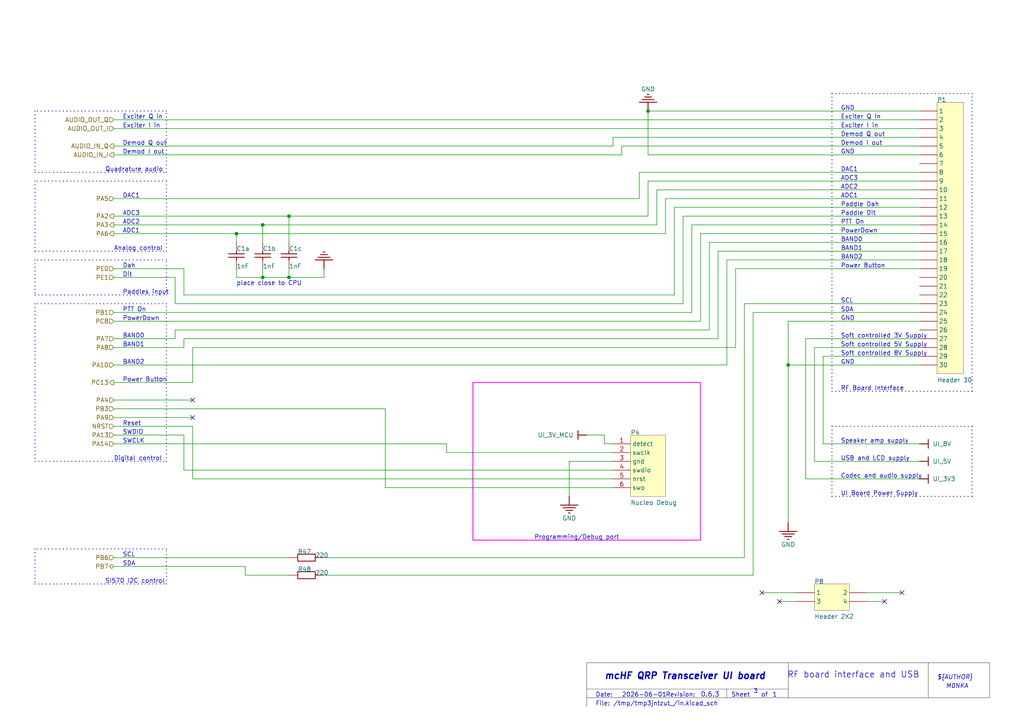
<source format=kicad_sch>
(kicad_sch (version 20231120) (generator "eeschema") (generator_version "8.0")
  (paper "A4")
  (title_block (title "mcHF QRP Transceiver UI board") (rev "0.6.3") (company "M0NKA"))
  (lib_symbols
    (symbol "ui_main-altium-import:GND_POWER_GROUND" (power)
      (property "Reference" "#PWR" (at 0 0 0))
      (property "Value" "GND" (at 0 6.35 0))
      (symbol "GND_POWER_GROUND_0_0"
        (polyline (pts (xy -2.54 -2.54) (xy 2.54 -2.54)) (stroke (width 0.254)))
        (polyline (pts (xy -1.778 -3.302) (xy 1.778 -3.302)) (stroke (width 0.254)))
        (polyline (pts (xy -1.016 -4.064) (xy 1.016 -4.064)) (stroke (width 0.254)))
        (polyline (pts (xy -0.254 -4.826) (xy 0.254 -4.826)) (stroke (width 0.254)))
        (polyline (pts (xy 0 0) (xy 0 -2.54)) (stroke (width 0.254)))
        (pin power_in line (at 0 0 0) (length 0) hide (name "GND") (number ""))
      )
    )
    (symbol "ui_main-altium-import:RF board interface and USB_0_CAP"
      (symbol "RF board interface and USB_0_CAP_1_0"
        (polyline (pts (xy 0.254 -1.778) (xy 4.826 -1.778)) (stroke (width 0.254)))
        (polyline (pts (xy 0.254 -0.762) (xy 4.826 -0.762)) (stroke (width 0.254)))
        (polyline (pts (xy 2.54 -1.778) (xy 2.54 -2.54)) (stroke (width 0.254)))
        (polyline (pts (xy 2.54 0) (xy 2.54 -0.762)) (stroke (width 0.254)))
        (pin passive line (at 2.54 2.54 270) (length 2.54) (name "1") (number "1"))
        (pin passive line (at 2.54 -5.08 90) (length 2.54) (name "2") (number "2"))
      )
    )
    (symbol "ui_main-altium-import:RF board interface and USB_0_Header 2X2"
      (symbol "RF board interface and USB_0_Header 2X2_1_0"
        (rectangle (start 10.16 0) (end 0 -7.62) (stroke (width 0.0254) (color 128 0 0 1)) (fill (type background)))
        (pin passive line (at -5.08 -2.54 0) (length 5.08) (name "1") (number "1"))
        (pin passive line (at 15.24 -2.54 180) (length 5.08) (name "2") (number "2"))
        (pin passive line (at -5.08 -5.08 0) (length 5.08) (name "3") (number "3"))
        (pin passive line (at 15.24 -5.08 180) (length 5.08) (name "4") (number "4"))
      )
    )
    (symbol "ui_main-altium-import:RF board interface and USB_0_Header 30"
      (symbol "RF board interface and USB_0_Header 30_1_0"
        (rectangle (start 7.62 0) (end 0 -78.74) (stroke (width 0.0254) (color 128 0 0 1)) (fill (type background)))
        (pin passive line (at -5.08 -2.54 0) (length 5.08) (name "1") (number "1"))
        (pin passive line (at -5.08 -25.4 0) (length 5.08) (name "10") (number "10"))
        (pin passive line (at -5.08 -27.94 0) (length 5.08) (name "11") (number "11"))
        (pin passive line (at -5.08 -30.48 0) (length 5.08) (name "12") (number "12"))
        (pin passive line (at -5.08 -33.02 0) (length 5.08) (name "13") (number "13"))
        (pin passive line (at -5.08 -35.56 0) (length 5.08) (name "14") (number "14"))
        (pin passive line (at -5.08 -38.1 0) (length 5.08) (name "15") (number "15"))
        (pin passive line (at -5.08 -40.64 0) (length 5.08) (name "16") (number "16"))
        (pin passive line (at -5.08 -43.18 0) (length 5.08) (name "17") (number "17"))
        (pin passive line (at -5.08 -45.72 0) (length 5.08) (name "18") (number "18"))
        (pin passive line (at -5.08 -48.26 0) (length 5.08) (name "19") (number "19"))
        (pin passive line (at -5.08 -5.08 0) (length 5.08) (name "2") (number "2"))
        (pin passive line (at -5.08 -50.8 0) (length 5.08) (name "20") (number "20"))
        (pin passive line (at -5.08 -53.34 0) (length 5.08) (name "21") (number "21"))
        (pin passive line (at -5.08 -55.88 0) (length 5.08) (name "22") (number "22"))
        (pin passive line (at -5.08 -58.42 0) (length 5.08) (name "23") (number "23"))
        (pin passive line (at -5.08 -60.96 0) (length 5.08) (name "24") (number "24"))
        (pin passive line (at -5.08 -63.5 0) (length 5.08) (name "25") (number "25"))
        (pin passive line (at -5.08 -66.04 0) (length 5.08) (name "26") (number "26"))
        (pin passive line (at -5.08 -68.58 0) (length 5.08) (name "27") (number "27"))
        (pin passive line (at -5.08 -71.12 0) (length 5.08) (name "28") (number "28"))
        (pin passive line (at -5.08 -73.66 0) (length 5.08) (name "29") (number "29"))
        (pin passive line (at -5.08 -7.62 0) (length 5.08) (name "3") (number "3"))
        (pin passive line (at -5.08 -76.2 0) (length 5.08) (name "30") (number "30"))
        (pin passive line (at -5.08 -10.16 0) (length 5.08) (name "4") (number "4"))
        (pin passive line (at -5.08 -12.7 0) (length 5.08) (name "5") (number "5"))
        (pin passive line (at -5.08 -15.24 0) (length 5.08) (name "6") (number "6"))
        (pin passive line (at -5.08 -17.78 0) (length 5.08) (name "7") (number "7"))
        (pin passive line (at -5.08 -20.32 0) (length 5.08) (name "8") (number "8"))
        (pin passive line (at -5.08 -22.86 0) (length 5.08) (name "9") (number "9"))
      )
    )
    (symbol "ui_main-altium-import:RF board interface and USB_0_Nucleo_6"
      (symbol "RF board interface and USB_0_Nucleo_6_1_0"
        (rectangle (start 10.16 0) (end 0 -17.78) (stroke (width 0.0254) (color 128 0 0 1)) (fill (type background)))
        (pin passive line (at -5.08 -2.54 0) (length 5.08) (name "detect") (number "1"))
        (pin passive line (at -5.08 -5.08 0) (length 5.08) (name "swclk") (number "2"))
        (pin passive line (at -5.08 -7.62 0) (length 5.08) (name "gnd") (number "3"))
        (pin passive line (at -5.08 -10.16 0) (length 5.08) (name "swdio") (number "4"))
        (pin passive line (at -5.08 -12.7 0) (length 5.08) (name "nrst") (number "5"))
        (pin passive line (at -5.08 -15.24 0) (length 5.08) (name "swo") (number "6"))
      )
    )
    (symbol "ui_main-altium-import:RF board interface and USB_0_RES_0"
      (symbol "RF board interface and USB_0_RES_0_1_0"
        (rectangle (start 5.08 -1.524) (end 0 -3.556) (stroke (width 0.254)))
        (pin passive line (at -2.54 -2.54 0) (length 2.54) (name "1") (number "1"))
        (pin passive line (at 7.62 -2.54 180) (length 2.54) (name "2") (number "2"))
      )
    )
    (symbol "ui_main-altium-import:UI_3V3_BAR" (power)
      (property "Reference" "#PWR" (at 0 0 0))
      (property "Value" "UI_3V3" (at 0 3.81 0))
      (symbol "UI_3V3_BAR_0_0"
        (polyline (pts (xy -1.27 -2.54) (xy 1.27 -2.54)) (stroke (width 0.254)))
        (polyline (pts (xy 0 0) (xy 0 -2.54)) (stroke (width 0.254)))
        (pin power_in line (at 0 0 0) (length 0) hide (name "UI_3V3") (number ""))
      )
    )
    (symbol "ui_main-altium-import:UI_3V_MCU_BAR" (power)
      (property "Reference" "#PWR" (at 0 0 0))
      (property "Value" "UI_3V_MCU" (at 0 3.81 0))
      (symbol "UI_3V_MCU_BAR_0_0"
        (polyline (pts (xy -1.27 -2.54) (xy 1.27 -2.54)) (stroke (width 0.254)))
        (polyline (pts (xy 0 0) (xy 0 -2.54)) (stroke (width 0.254)))
        (pin power_in line (at 0 0 0) (length 0) hide (name "UI_3V_MCU") (number ""))
      )
    )
    (symbol "ui_main-altium-import:UI_5V_BAR" (power)
      (property "Reference" "#PWR" (at 0 0 0))
      (property "Value" "UI_5V" (at 0 3.81 0))
      (symbol "UI_5V_BAR_0_0"
        (polyline (pts (xy -1.27 -2.54) (xy 1.27 -2.54)) (stroke (width 0.254)))
        (polyline (pts (xy 0 0) (xy 0 -2.54)) (stroke (width 0.254)))
        (pin power_in line (at 0 0 0) (length 0) hide (name "UI_5V") (number ""))
      )
    )
    (symbol "ui_main-altium-import:UI_8V_BAR" (power)
      (property "Reference" "#PWR" (at 0 0 0))
      (property "Value" "UI_8V" (at 0 3.81 0))
      (symbol "UI_8V_BAR_0_0"
        (polyline (pts (xy -1.27 -2.54) (xy 1.27 -2.54)) (stroke (width 0.254)))
        (polyline (pts (xy 0 0) (xy 0 -2.54)) (stroke (width 0.254)))
        (pin power_in line (at 0 0 0) (length 0) hide (name "UI_8V") (number ""))
      )
    )
  )
  (junction (at 83.82 80.4672))
  (junction (at 187.96 32.2072))
  (junction (at 83.82 62.6872))
  (junction (at 76.2 80.4672))
  (junction (at 68.58 67.7672))
  (junction (at 228.6 105.8672))
  (junction (at 76.2 65.2272))
  (no_connect (at 55.88 121.1072))
  (no_connect (at 261.62 171.9072))
  (no_connect (at 55.88 116.0272))
  (no_connect (at 226.06 174.4472))
  (no_connect (at 220.98 171.9072))
  (no_connect (at 256.54 174.4472))
  (wire (pts (xy 165.1 143.9672) (xy 165.1 133.8072)))
  (wire (pts (xy 190.5 55.0672) (xy 266.7 55.0672)))
  (wire (pts (xy 233.68 138.8872) (xy 233.68 98.2472)))
  (wire (pts (xy 205.74 70.3072) (xy 205.74 95.7072)))
  (polyline (pts (xy 48.26 32.2072) (xy 10.16 32.2072)) (stroke (width 0.254) (type dot) (color 0 0 180 1)))
  (polyline (pts (xy 281.94 27.1272) (xy 241.3 27.1272)) (stroke (width 0.254) (type dot) (color 0 0 180 1)))
  (wire (pts (xy 236.22 100.7872) (xy 266.7 100.7872)))
  (wire (pts (xy 238.76 103.3272) (xy 266.7 103.3272)))
  (wire (pts (xy 55.88 138.8872) (xy 177.8 138.8872)))
  (wire (pts (xy 33.02 65.2272) (xy 76.2 65.2272)))
  (wire (pts (xy 177.8 42.3672) (xy 177.8 39.8272)))
  (wire (pts (xy 33.02 77.9272) (xy 53.34 77.9272)))
  (wire (pts (xy 190.5 65.2272) (xy 190.5 55.0672)))
  (polyline (pts (xy 10.16 159.2072) (xy 10.16 169.3672)) (stroke (width 0.254) (type dot) (color 0 0 180 1)))
  (wire (pts (xy 55.88 100.7872) (xy 213.36 100.7872)))
  (polyline (pts (xy 10.16 52.5272) (xy 10.16 72.8472)) (stroke (width 0.254) (type dot) (color 0 0 180 1)))
  (wire (pts (xy 266.7 133.8072) (xy 236.22 133.8072)))
  (wire (pts (xy 251.46 171.9072) (xy 261.62 171.9072)))
  (wire (pts (xy 203.2 67.7672) (xy 266.7 67.7672)))
  (wire (pts (xy 187.96 62.6872) (xy 187.96 52.5272)))
  (wire (pts (xy 266.7 70.3072) (xy 205.74 70.3072)))
  (wire (pts (xy 33.02 44.9072) (xy 180.34 44.9072)))
  (wire (pts (xy 55.88 123.6472) (xy 55.88 138.8872)))
  (polyline (pts (xy 261.62 202.3872) (xy 170.18 202.3872)) (stroke (width 0.0254) (type solid) (color 0 0 0 1)))
  (wire (pts (xy 266.7 105.8672) (xy 228.6 105.8672)))
  (polyline (pts (xy 137.16 110.9472) (xy 137.16 156.6672)) (stroke (width 0.254) (type solid) (color 255 0 255 1)))
  (wire (pts (xy 266.7 128.7272) (xy 238.76 128.7272)))
  (wire (pts (xy 238.76 128.7272) (xy 238.76 103.3272)))
  (wire (pts (xy 33.02 164.2872) (xy 71.12 164.2872)))
  (wire (pts (xy 220.98 171.9072) (xy 231.14 171.9072)))
  (wire (pts (xy 93.98 166.8272) (xy 218.44 166.8272)))
  (wire (pts (xy 187.96 52.5272) (xy 266.7 52.5272)))
  (wire (pts (xy 33.02 42.3672) (xy 177.8 42.3672)))
  (wire (pts (xy 76.2 70.3072) (xy 76.2 65.2272)))
  (polyline (pts (xy 170.18 192.2272) (xy 170.18 204.9272)) (stroke (width 0.0254) (type solid) (color 0 0 0 1)))
  (wire (pts (xy 228.6 151.5872) (xy 228.6 105.8672)))
  (polyline (pts (xy 241.3 123.6472) (xy 241.3 143.9672)) (stroke (width 0.254) (type dot) (color 0 0 180 1)))
  (wire (pts (xy 33.02 37.2872) (xy 266.7 37.2872)))
  (wire (pts (xy 53.34 98.2472) (xy 208.28 98.2472)))
  (wire (pts (xy 205.74 95.7072) (xy 50.8 95.7072)))
  (wire (pts (xy 33.02 116.0272) (xy 55.88 116.0272)))
  (wire (pts (xy 165.1 133.8072) (xy 177.8 133.8072)))
  (wire (pts (xy 210.82 75.3872) (xy 266.7 75.3872)))
  (wire (pts (xy 50.8 98.2472) (xy 33.02 98.2472)))
  (wire (pts (xy 200.66 65.2272) (xy 266.7 65.2272)))
  (wire (pts (xy 215.9 88.0872) (xy 266.7 88.0872)))
  (wire (pts (xy 71.12 164.2872) (xy 71.12 166.8272)))
  (wire (pts (xy 68.58 80.4672) (xy 76.2 80.4672)))
  (wire (pts (xy 215.9 161.7472) (xy 215.9 88.0872)))
  (wire (pts (xy 83.82 80.4672) (xy 83.82 77.9272)))
  (wire (pts (xy 71.12 166.8272) (xy 83.82 166.8272)))
  (wire (pts (xy 50.8 95.7072) (xy 50.8 98.2472)))
  (wire (pts (xy 129.54 131.2672) (xy 177.8 131.2672)))
  (polyline (pts (xy 48.26 88.0872) (xy 10.16 88.0872)) (stroke (width 0.254) (type dot) (color 0 0 180 1)))
  (polyline (pts (xy 10.16 133.8072) (xy 48.26 133.8072)) (stroke (width 0.254) (type dot) (color 0 0 180 1)))
  (wire (pts (xy 33.02 126.1872) (xy 53.34 126.1872)))
  (wire (pts (xy 226.06 174.4472) (xy 231.14 174.4472)))
  (wire (pts (xy 218.44 90.6272) (xy 266.7 90.6272)))
  (wire (pts (xy 83.82 62.6872) (xy 187.96 62.6872)))
  (polyline (pts (xy 10.16 49.9872) (xy 48.26 49.9872)) (stroke (width 0.254) (type dot) (color 0 0 180 1)))
  (polyline (pts (xy 10.16 32.2072) (xy 10.16 49.9872)) (stroke (width 0.254) (type dot) (color 0 0 180 1)))
  (wire (pts (xy 50.8 80.4672) (xy 50.8 88.0872)))
  (wire (pts (xy 198.12 62.6872) (xy 266.7 62.6872)))
  (polyline (pts (xy 241.3 143.9672) (xy 281.94 143.9672)) (stroke (width 0.254) (type dot) (color 0 0 180 1)))
  (polyline (pts (xy 281.94 123.6472) (xy 241.3 123.6472)) (stroke (width 0.254) (type dot) (color 0 0 180 1)))
  (wire (pts (xy 53.34 100.7872) (xy 53.34 98.2472)))
  (wire (pts (xy 83.82 80.4672) (xy 93.98 80.4672)))
  (wire (pts (xy 33.02 110.9472) (xy 55.88 110.9472)))
  (wire (pts (xy 55.88 110.9472) (xy 55.88 100.7872)))
  (wire (pts (xy 228.6 93.1672) (xy 266.7 93.1672)))
  (wire (pts (xy 33.02 93.1672) (xy 203.2 93.1672)))
  (wire (pts (xy 33.02 67.7672) (xy 68.58 67.7672)))
  (polyline (pts (xy 241.3 27.1272) (xy 241.3 113.4872)) (stroke (width 0.254) (type dot) (color 0 0 180 1)))
  (wire (pts (xy 76.2 80.4672) (xy 83.82 80.4672)))
  (polyline (pts (xy 48.26 52.5272) (xy 10.16 52.5272)) (stroke (width 0.254) (type dot) (color 0 0 180 1)))
  (wire (pts (xy 33.02 57.6072) (xy 185.42 57.6072)))
  (wire (pts (xy 53.34 77.9272) (xy 53.34 85.5472)))
  (polyline (pts (xy 10.16 85.5472) (xy 48.26 85.5472)) (stroke (width 0.254) (type dot) (color 0 0 180 1)))
  (wire (pts (xy 236.22 133.8072) (xy 236.22 100.7872)))
  (wire (pts (xy 193.04 67.7672) (xy 193.04 57.6072)))
  (wire (pts (xy 111.76 141.4272) (xy 177.8 141.4272)))
  (wire (pts (xy 177.8 39.8272) (xy 266.7 39.8272)))
  (wire (pts (xy 233.68 98.2472) (xy 266.7 98.2472)))
  (wire (pts (xy 33.02 100.7872) (xy 53.34 100.7872)))
  (polyline (pts (xy 287.02 192.2272) (xy 170.18 192.2272)) (stroke (width 0.0254) (type solid) (color 0 0 0 1)))
  (wire (pts (xy 33.02 123.6472) (xy 55.88 123.6472)))
  (wire (pts (xy 185.42 57.6072) (xy 185.42 49.9872)))
  (polyline (pts (xy 203.2 156.6672) (xy 203.2 110.9472)) (stroke (width 0.254) (type solid) (color 255 0 255 1)))
  (wire (pts (xy 180.34 42.3672) (xy 266.7 42.3672)))
  (polyline (pts (xy 10.16 88.0872) (xy 10.16 133.8072)) (stroke (width 0.254) (type dot) (color 0 0 180 1)))
  (wire (pts (xy 76.2 80.4672) (xy 76.2 77.9272)))
  (polyline (pts (xy 137.16 156.6672) (xy 203.2 156.6672)) (stroke (width 0.254) (type solid) (color 255 0 255 1)))
  (polyline (pts (xy 10.16 72.8472) (xy 48.26 72.8472)) (stroke (width 0.254) (type dot) (color 0 0 180 1)))
  (wire (pts (xy 50.8 88.0872) (xy 198.12 88.0872)))
  (wire (pts (xy 193.04 57.6072) (xy 266.7 57.6072)))
  (wire (pts (xy 33.02 118.5672) (xy 111.76 118.5672)))
  (wire (pts (xy 170.18 126.1872) (xy 175.26 126.1872)))
  (wire (pts (xy 266.7 138.8872) (xy 233.68 138.8872)))
  (polyline (pts (xy 48.26 169.3672) (xy 48.26 159.2072)) (stroke (width 0.254) (type dot) (color 0 0 180 1)))
  (wire (pts (xy 175.26 126.1872) (xy 175.26 128.7272)))
  (polyline (pts (xy 269.24 192.2272) (xy 269.24 202.3872)) (stroke (width 0.0254) (type solid) (color 0 0 0 1)))
  (polyline (pts (xy 48.26 159.2072) (xy 10.16 159.2072)) (stroke (width 0.254) (type dot) (color 0 0 180 1)))
  (wire (pts (xy 93.98 161.7472) (xy 215.9 161.7472)))
  (wire (pts (xy 111.76 118.5672) (xy 111.76 141.4272)))
  (polyline (pts (xy 203.2 110.9472) (xy 137.16 110.9472)) (stroke (width 0.254) (type solid) (color 255 0 255 1)))
  (wire (pts (xy 33.02 34.7472) (xy 266.7 34.7472)))
  (polyline (pts (xy 48.26 49.9872) (xy 48.26 32.2072)) (stroke (width 0.254) (type dot) (color 0 0 180 1)))
  (polyline (pts (xy 261.62 202.3872) (xy 287.02 202.3872)) (stroke (width 0.0254) (type solid) (color 0 0 0 1)))
  (polyline (pts (xy 48.26 133.8072) (xy 48.26 88.0872)) (stroke (width 0.254) (type dot) (color 0 0 180 1)))
  (wire (pts (xy 213.36 77.9272) (xy 266.7 77.9272)))
  (wire (pts (xy 68.58 70.3072) (xy 68.58 67.7672)))
  (polyline (pts (xy 10.16 75.3872) (xy 10.16 85.5472)) (stroke (width 0.254) (type dot) (color 0 0 180 1)))
  (wire (pts (xy 187.96 32.2072) (xy 266.7 32.2072)))
  (wire (pts (xy 228.6 105.8672) (xy 228.6 93.1672)))
  (wire (pts (xy 53.34 126.1872) (xy 53.34 136.3472)))
  (wire (pts (xy 93.98 80.4672) (xy 93.98 77.9272)))
  (wire (pts (xy 68.58 77.9272) (xy 68.58 80.4672)))
  (wire (pts (xy 53.34 85.5472) (xy 195.58 85.5472)))
  (polyline (pts (xy 10.16 169.3672) (xy 48.26 169.3672)) (stroke (width 0.254) (type dot) (color 0 0 180 1)))
  (wire (pts (xy 33.02 80.4672) (xy 50.8 80.4672)))
  (polyline (pts (xy 281.94 143.9672) (xy 281.94 123.6472)) (stroke (width 0.254) (type dot) (color 0 0 180 1)))
  (wire (pts (xy 175.26 128.7272) (xy 177.8 128.7272)))
  (wire (pts (xy 185.42 49.9872) (xy 266.7 49.9872)))
  (wire (pts (xy 180.34 44.9072) (xy 180.34 42.3672)))
  (wire (pts (xy 195.58 85.5472) (xy 195.58 60.1472)))
  (wire (pts (xy 213.36 100.7872) (xy 213.36 77.9272)))
  (wire (pts (xy 198.12 88.0872) (xy 198.12 62.6872)))
  (wire (pts (xy 251.46 174.4472) (xy 256.54 174.4472)))
  (wire (pts (xy 187.96 44.9072) (xy 187.96 32.2072)))
  (polyline (pts (xy 48.26 72.8472) (xy 48.26 52.5272)) (stroke (width 0.254) (type dot) (color 0 0 180 1)))
  (wire (pts (xy 33.02 161.7472) (xy 83.82 161.7472)))
  (wire (pts (xy 76.2 65.2272) (xy 190.5 65.2272)))
  (polyline (pts (xy 228.6 192.2272) (xy 228.6 202.3872)) (stroke (width 0.0254) (type solid) (color 0 0 0 1)))
  (wire (pts (xy 129.54 128.7272) (xy 129.54 131.2672)))
  (wire (pts (xy 203.2 93.1672) (xy 203.2 67.7672)))
  (polyline (pts (xy 48.26 85.5472) (xy 48.26 75.3872)) (stroke (width 0.254) (type dot) (color 0 0 180 1)))
  (wire (pts (xy 33.02 128.7272) (xy 129.54 128.7272)))
  (wire (pts (xy 68.58 67.7672) (xy 193.04 67.7672)))
  (wire (pts (xy 33.02 121.1072) (xy 55.88 121.1072)))
  (wire (pts (xy 33.02 105.8672) (xy 210.82 105.8672)))
  (polyline (pts (xy 48.26 75.3872) (xy 10.16 75.3872)) (stroke (width 0.254) (type dot) (color 0 0 180 1)))
  (polyline (pts (xy 241.3 113.4872) (xy 281.94 113.4872)) (stroke (width 0.254) (type dot) (color 0 0 180 1)))
  (wire (pts (xy 208.28 98.2472) (xy 208.28 72.8472)))
  (polyline (pts (xy 210.82 199.8472) (xy 210.82 202.3872)) (stroke (width 0.0254) (type solid) (color 0 0 0 1)))
  (wire (pts (xy 33.02 90.6272) (xy 200.66 90.6272)))
  (wire (pts (xy 218.44 166.8272) (xy 218.44 90.6272)))
  (wire (pts (xy 53.34 136.3472) (xy 177.8 136.3472)))
  (wire (pts (xy 33.02 62.6872) (xy 83.82 62.6872)))
  (polyline (pts (xy 287.02 202.3872) (xy 287.02 192.2272)) (stroke (width 0.0254) (type solid) (color 0 0 0 1)))
  (wire (pts (xy 200.66 90.6272) (xy 200.66 65.2272)))
  (wire (pts (xy 210.82 105.8672) (xy 210.82 75.3872)))
  (polyline (pts (xy 170.18 199.8472) (xy 228.6 199.8472)) (stroke (width 0.0254) (type solid) (color 0 0 0 1)))
  (polyline (pts (xy 281.94 113.4872) (xy 281.94 27.1272)) (stroke (width 0.254) (type dot) (color 0 0 180 1)))
  (wire (pts (xy 195.58 60.1472) (xy 266.7 60.1472)))
  (wire (pts (xy 208.28 72.8472) (xy 266.7 72.8472)))
  (wire (pts (xy 83.82 70.3072) (xy 83.82 62.6872)))
  (wire (pts (xy 266.7 44.9072) (xy 187.96 44.9072)))
  (text "BAND1" (at 243.84 72.8472 0) (effects (font (size 1.27 1.27)) (justify left bottom)))
  (text "of" (at 220.726 202.3872 0) (effects (font (size 1.27 1.27)) (justify left bottom)))
  (text "SWCLK" (at 35.56 128.7272 0) (effects (font (size 1.27 1.27)) (justify left bottom)))
  (text "PowerDown" (at 243.84 67.7672 0) (effects (font (size 1.27 1.27)) (justify left bottom)))
  (text "3" (at 218.44 199.8472 0) (effects (font (size 1.27 1.27)) (justify left top)))
  (text "${FILEPATH}" (at 177.8 204.9272 0) (effects (font (size 1.27 1.27)) (justify left bottom)))
  (text "SI570 I2C control" (at 30.48 169.3672 0) (effects (font (size 1.27 1.27)) (justify left bottom)))
  (text "RF Board Interface" (at 243.84 113.4872 0) (effects (font (size 1.27 1.27)) (justify left bottom)))
  (text "Soft controlled 3V Supply" (at 243.84 98.2472 0) (effects (font (size 1.27 1.27)) (justify left bottom)))
  (text "SWDIO" (at 35.56 126.1872 0) (effects (font (size 1.27 1.27)) (justify left bottom)))
  (text "ADC1" (at 35.56 67.7672 0) (effects (font (size 1.27 1.27)) (justify left bottom)))
  (text "ADC2" (at 35.56 65.2272 0) (effects (font (size 1.27 1.27)) (justify left bottom)))
  (text "Exciter Q in" (at 35.56 34.7472 0) (effects (font (size 1.27 1.27)) (justify left bottom)))
  (text "Paddle Dit" (at 243.84 62.6872 0) (effects (font (size 1.27 1.27)) (justify left bottom)))
  (text "${AUTHOR}" (at 271.78 197.3072 0) (effects (font (size 1.27 1.27) (italic yes)) (justify left bottom)))
  (text "Demod Q out" (at 35.56 42.3672 0) (effects (font (size 1.27 1.27)) (justify left bottom)))
  (text "Quadrature audio" (at 30.48 49.9872 0) (effects (font (size 1.27 1.27)) (justify left bottom)))
  (text "Power Button" (at 35.56 110.9472 0) (effects (font (size 1.27 1.27)) (justify left bottom)))
  (text "${##}" (at 224.028 202.3872 0) (effects (font (size 1.27 1.27)) (justify left bottom)))
  (text "Reset" (at 35.56 123.6472 0) (effects (font (size 1.27 1.27)) (justify left bottom)))
  (text "BAND1" (at 35.56 100.7872 0) (effects (font (size 1.27 1.27)) (justify left bottom)))
  (text "DAC1" (at 35.56 57.6072 0) (effects (font (size 1.27 1.27)) (justify left bottom)))
  (text "Demod I out" (at 35.56 44.9072 0) (effects (font (size 1.27 1.27)) (justify left bottom)))
  (text "SCL" (at 35.56 161.7472 0) (effects (font (size 1.27 1.27)) (justify left bottom)))
  (text "Sheet" (at 212.09 202.3872 0) (effects (font (size 1.27 1.27)) (justify left bottom)))
  (text "Analog control" (at 33.02 72.8472 0) (effects (font (size 1.27 1.27)) (justify left bottom)))
  (text "ADC2" (at 243.84 55.0672 0) (effects (font (size 1.27 1.27)) (justify left bottom)))
  (text "Soft controlled 8V Supply" (at 243.84 103.3272 0) (effects (font (size 1.27 1.27)) (justify left bottom)))
  (text "Exciter Q in" (at 243.84 34.7472 0) (effects (font (size 1.27 1.27)) (justify left bottom)))
  (text "BAND0" (at 35.56 98.2472 0) (effects (font (size 1.27 1.27)) (justify left bottom)))
  (text "Power Button" (at 243.84 77.9272 0) (effects (font (size 1.27 1.27)) (justify left bottom)))
  (text "Date:" (at 172.72 202.3872 0) (effects (font (size 1.27 1.27)) (justify left bottom)))
  (text "Paddle Dah" (at 243.84 60.1472 0) (effects (font (size 1.27 1.27)) (justify left bottom)))
  (text "File:" (at 172.72 204.9272 0) (effects (font (size 1.27 1.27)) (justify left bottom)))
  (text "PowerDown" (at 35.56 93.1672 0) (effects (font (size 1.27 1.27)) (justify left bottom)))
  (text "SCL" (at 243.84 88.0872 0) (effects (font (size 1.27 1.27)) (justify left bottom)))
  (text "Exciter I in" (at 35.56 37.2872 0) (effects (font (size 1.27 1.27)) (justify left bottom)))
  (text "Revision:" (at 193.04 202.3872 0) (effects (font (size 1.27 1.27)) (justify left bottom)))
  (text "${REVISION}" (at 203.2 202.3872 0) (effects (font (size 1.397 1.397)) (justify left bottom)))
  (text "SDA" (at 35.56 164.2872 0) (effects (font (size 1.27 1.27)) (justify left bottom)))
  (text "Dah" (at 35.56 77.9272 0) (effects (font (size 1.27 1.27)) (justify left bottom)))
  (text "PTT On" (at 35.56 90.6272 0) (effects (font (size 1.27 1.27)) (justify left bottom)))
  (text "PTT On" (at 243.84 65.2272 0) (effects (font (size 1.27 1.27)) (justify left bottom)))
  (text "ADC3" (at 35.56 62.6872 0) (effects (font (size 1.27 1.27)) (justify left bottom)))
  (text "${CURRENT_DATE}" (at 180.34 202.3872 0) (effects (font (size 1.27 1.27)) (justify left bottom)))
  (text "SDA" (at 243.84 90.6272 0) (effects (font (size 1.27 1.27)) (justify left bottom)))
  (text "Demod Q out" (at 243.84 39.8272 0) (effects (font (size 1.27 1.27)) (justify left bottom)))
  (text "BAND0" (at 243.84 70.3072 0) (effects (font (size 1.27 1.27)) (justify left bottom)))
  (text "GND" (at 243.84 93.1672 0) (effects (font (size 1.27 1.27)) (justify left bottom)))
  (text "Soft controlled 5V Supply" (at 243.84 100.7872 0) (effects (font (size 1.27 1.27)) (justify left bottom)))
  (text "ADC3" (at 243.84 52.5272 0) (effects (font (size 1.27 1.27)) (justify left bottom)))
  (text "Demod I out" (at 243.84 42.3672 0) (effects (font (size 1.27 1.27)) (justify left bottom)))
  (text "GND" (at 243.84 32.2072 0) (effects (font (size 1.27 1.27)) (justify left bottom)))
  (text "RF board interface and USB" (at 266.7 194.7672 0) (effects (font (size 1.778 1.778)) (justify right top)))
  (text "GND" (at 243.84 105.8672 0) (effects (font (size 1.27 1.27)) (justify left bottom)))
  (text "Dit" (at 35.56 80.4672 0) (effects (font (size 1.27 1.27)) (justify left bottom)))
  (text "BAND2" (at 35.56 105.8672 0) (effects (font (size 1.27 1.27)) (justify left bottom)))
  (text "Exciter I in" (at 243.84 37.2872 0) (effects (font (size 1.27 1.27)) (justify left bottom)))
  (text "DAC1" (at 243.84 49.9872 0) (effects (font (size 1.27 1.27)) (justify left bottom)))
  (text "Paddles input" (at 35.56 85.5472 0) (effects (font (size 1.27 1.27)) (justify left bottom)))
  (text "Programming/Debug port" (at 154.94 156.6672 0) (effects (font (size 1.27 1.27)) (justify left bottom)))
  (text "ADC1" (at 243.84 57.6072 0) (effects (font (size 1.27 1.27)) (justify left bottom)))
  (text "Digital control" (at 33.02 133.8072 0) (effects (font (size 1.27 1.27)) (justify left bottom)))
  (text "Codec and audio supply" (at 243.84 138.8872 0) (effects (font (size 1.27 1.27)) (justify left bottom)))
  (text "GND" (at 243.84 44.9072 0) (effects (font (size 1.27 1.27)) (justify left bottom)))
  (text "place close to CPU" (at 68.58 83.0072 0) (effects (font (size 1.27 1.27)) (justify left bottom)))
  (text "BAND2" (at 243.84 75.3872 0) (effects (font (size 1.27 1.27)) (justify left bottom)))
  (text "USB and LCD supply" (at 243.84 133.8072 0) (effects (font (size 1.27 1.27)) (justify left bottom)))
  (text "${COMPANY}" (at 274.32 199.8472 0) (effects (font (size 1.27 1.27) (italic yes)) (justify left bottom)))
  (text "${TITLE}" (at 175.26 197.3072 0) (effects (font (size 1.905 1.905) (thickness 0.381) (bold yes) (italic yes)) (justify left bottom)))
  (text "Speaker amp supply" (at 243.84 128.7272 0) (effects (font (size 1.27 1.27)) (justify left bottom)))
  (text "UI Board Power Supply" (at 243.84 143.9672 0) (effects (font (size 1.27 1.27)) (justify left bottom)))
  (hierarchical_label "PA4" (shape input) (at 33.02 116.0272 180))
  (hierarchical_label "AUDIO_IN_Q" (shape output) (at 33.02 42.3672 180))
  (hierarchical_label "PA8" (shape input) (at 33.02 100.7872 180))
  (hierarchical_label "PA5" (shape input) (at 33.02 57.6072 180))
  (hierarchical_label "PA9" (shape input) (at 33.02 121.1072 180))
  (hierarchical_label "PB7" (shape bidirectional) (at 33.02 164.2872 180))
  (hierarchical_label "PA6" (shape output) (at 33.02 67.7672 180))
  (hierarchical_label "AUDIO_OUT_I" (shape input) (at 33.02 37.2872 180))
  (hierarchical_label "PB1" (shape input) (at 33.02 90.6272 180))
  (hierarchical_label "PE0" (shape input) (at 33.02 77.9272 180))
  (hierarchical_label "AUDIO_IN_I" (shape output) (at 33.02 44.9072 180))
  (hierarchical_label "PA3" (shape output) (at 33.02 65.2272 180))
  (hierarchical_label "PA7" (shape input) (at 33.02 98.2472 180))
  (hierarchical_label "PA2" (shape output) (at 33.02 62.6872 180))
  (hierarchical_label "PC8" (shape input) (at 33.02 93.1672 180))
  (hierarchical_label "PE1" (shape input) (at 33.02 80.4672 180))
  (hierarchical_label "PA14" (shape input) (at 33.02 128.7272 180))
  (hierarchical_label "AUDIO_OUT_Q" (shape input) (at 33.02 34.7472 180))
  (hierarchical_label "PC13" (shape output) (at 33.02 110.9472 180))
  (hierarchical_label "PA10" (shape input) (at 33.02 105.8672 180))
  (hierarchical_label "PB3" (shape input) (at 33.02 118.5672 180))
  (hierarchical_label "PA13" (shape input) (at 33.02 126.1872 180))
  (hierarchical_label "PB6" (shape input) (at 33.02 161.7472 180))
  (hierarchical_label "NRST" (shape input) (at 33.02 123.6472 180))
  (symbol (lib_id "ui_main-altium-import:RF board interface and USB_0_Header 2X2") (at 236.22 169.3672 0) (unit 1)
    (property "Reference" "P8" (at 236.22 169.3672 0) (effects (justify left bottom)))
    (property "Value" "Header 2X2" (at 236.22 179.5272 0) (effects (justify left bottom)))
    (property "Footprint" "HDR2X2" (effects (hide yes)))
    (property "Description" "Header, 2-Pin, Dual row" (effects (hide yes)))
    (property "LATESTREVISIONDATE" "17-Jul-2002" (effects (hide yes)))
    (property "LATESTREVISIONNOTE" "Re-released for DXP Platform." (effects (hide yes)))
    (property "PUBLISHER" "Altium Limited" (effects (hide yes)))
  )
  (symbol (lib_id "ui_main-altium-import:UI_3V_MCU_BAR") (at 170.18 126.1872 270) (unit 1)
    (property "Reference" "#PWR?" (effects (hide yes)))
    (property "Value" "UI_3V_MCU" (at 166.37 126.1872 90) (effects (justify right)))
  )
  (symbol (lib_id "ui_main-altium-import:RF board interface and USB_0_CAP") (at 73.66 72.8472 0) (unit 1)
    (property "Reference" "C1b" (at 76.2 72.8472 0) (effects (justify left bottom)))
    (property "Value" "1nF" (at 76.2 77.9272 0) (effects (justify left bottom)))
    (property "Footprint" "0805-Pro" (effects (hide yes)))
    (property "Description" "Capacitor" (effects (hide yes)))
    (property "PRICE" "0.01" (effects (hide yes)))
    (property "ORDER" "FN 185-6408" (effects (hide yes)))
    (property "QT ORDER" "QCC-00259" (effects (hide yes)))
  )
  (symbol (lib_id "ui_main-altium-import:RF board interface and USB_0_RES_0") (at 86.36 164.2872 0) (unit 1)
    (property "Reference" "R48" (at 86.36 165.8112 0) (effects (justify left bottom)))
    (property "Value" "220" (at 91.44 166.8272 0) (effects (justify left bottom)))
    (property "Footprint" "0805-Pro" (effects (hide yes)))
    (property "Description" "Resistor" (effects (hide yes)))
    (property "PRICE" "0.007" (effects (hide yes)))
    (property "ORDER" "FN 933-2804" (effects (hide yes)))
    (property "QT ORDER" "QCR-00309" (effects (hide yes)))
  )
  (symbol (lib_id "ui_main-altium-import:RF board interface and USB_0_CAP") (at 81.28 72.8472 0) (unit 1)
    (property "Reference" "C1c" (at 83.82 72.8472 0) (effects (justify left bottom)))
    (property "Value" "1nF" (at 83.82 77.9272 0) (effects (justify left bottom)))
    (property "Footprint" "0805-Pro" (effects (hide yes)))
    (property "Description" "Capacitor" (effects (hide yes)))
    (property "PRICE" "0.01" (effects (hide yes)))
    (property "ORDER" "FN 185-6408" (effects (hide yes)))
    (property "QT ORDER" "QCC-00259" (effects (hide yes)))
  )
  (symbol (lib_id "ui_main-altium-import:GND_POWER_GROUND") (at 93.98 77.9272 180) (unit 1)
    (property "Reference" "#PWR?" (effects (hide yes)))
    (property "Value" "GND" (effects (hide yes)))
  )
  (symbol (lib_id "ui_main-altium-import:UI_5V_BAR") (at 266.7 133.8072 90) (unit 1)
    (property "Reference" "#PWR?" (effects (hide yes)))
    (property "Value" "UI_5V" (at 270.51 133.8072 90) (effects (justify right)))
  )
  (symbol (lib_id "ui_main-altium-import:GND_POWER_GROUND") (at 187.96 32.2072 180) (unit 1)
    (property "Reference" "#PWR?" (effects (hide yes)))
    (property "Value" "GND" (at 187.96 25.8572 0))
  )
  (symbol (lib_id "ui_main-altium-import:UI_3V3_BAR") (at 266.7 138.8872 90) (unit 1)
    (property "Reference" "#PWR?" (effects (hide yes)))
    (property "Value" "UI_3V3" (at 270.51 138.8872 90) (effects (justify right)))
  )
  (symbol (lib_id "ui_main-altium-import:RF board interface and USB_0_CAP") (at 66.04 72.8472 0) (unit 1)
    (property "Reference" "C1a" (at 68.58 72.8472 0) (effects (justify left bottom)))
    (property "Value" "1nF" (at 68.58 77.9272 0) (effects (justify left bottom)))
    (property "Footprint" "0805-Pro" (effects (hide yes)))
    (property "Description" "Capacitor" (effects (hide yes)))
    (property "PRICE" "0.01" (effects (hide yes)))
    (property "ORDER" "FN 185-6408" (effects (hide yes)))
    (property "QT ORDER" "QCC-00259" (effects (hide yes)))
  )
  (symbol (lib_id "ui_main-altium-import:GND_POWER_GROUND") (at 228.6 151.5872 0) (unit 1)
    (property "Reference" "#PWR?" (effects (hide yes)))
    (property "Value" "GND" (at 228.6 157.9372 0))
  )
  (symbol (lib_id "ui_main-altium-import:UI_8V_BAR") (at 266.7 128.7272 90) (unit 1)
    (property "Reference" "#PWR?" (effects (hide yes)))
    (property "Value" "UI_8V" (at 270.51 128.7272 90) (effects (justify right)))
  )
  (symbol (lib_id "ui_main-altium-import:GND_POWER_GROUND") (at 165.1 143.9672 0) (unit 1)
    (property "Reference" "#PWR?" (effects (hide yes)))
    (property "Value" "GND" (at 165.1 150.3172 0))
  )
  (symbol (lib_id "ui_main-altium-import:RF board interface and USB_0_Header 30") (at 271.78 29.6672 0) (unit 1)
    (property "Reference" "P1" (at 271.78 29.6672 0) (effects (justify left bottom)))
    (property "Value" "Header 30" (at 271.78 110.9472 0) (effects (justify left bottom)))
    (property "Footprint" "HDR1X30" (effects (hide yes)))
    (property "Description" "Header, 30-Pin" (effects (hide yes)))
    (property "PRICE" "0.295" (effects (hide yes)))
    (property "ORDER" "NA" (effects (hide yes)))
  )
  (symbol (lib_id "ui_main-altium-import:RF board interface and USB_0_RES_0") (at 86.36 159.2072 0) (unit 1)
    (property "Reference" "R47" (at 86.36 160.7312 0) (effects (justify left bottom)))
    (property "Value" "220" (at 91.44 161.7472 0) (effects (justify left bottom)))
    (property "Footprint" "0805-Pro" (effects (hide yes)))
    (property "Description" "Resistor" (effects (hide yes)))
    (property "PRICE" "0.007" (effects (hide yes)))
    (property "ORDER" "FN 933-2804" (effects (hide yes)))
    (property "QT ORDER" "QCR-00309" (effects (hide yes)))
  )
  (symbol (lib_id "ui_main-altium-import:RF board interface and USB_0_Nucleo_6") (at 182.88 126.1872 0) (unit 1)
    (property "Reference" "P4" (at 182.88 126.1872 0) (effects (justify left bottom)))
    (property "Value" "Nucleo Debug" (at 182.88 146.5072 0) (effects (justify left bottom)))
    (property "Footprint" "HDR1X6" (effects (hide yes)))
    (property "Description" "ST Nucleo 6 pin header" (effects (hide yes)))
  )
)
</source>
